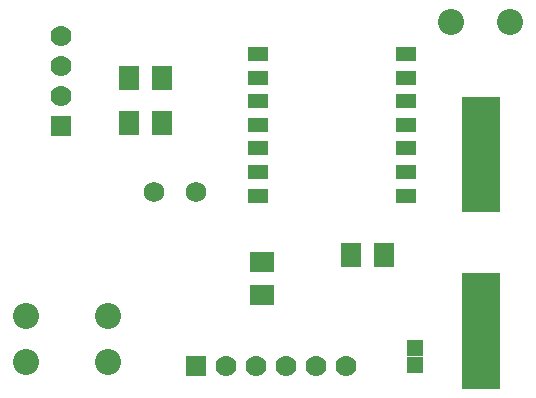
<source format=gts>
G04 ---------------------------- Layer name :TOP SOLDER LAYER*
G04 EasyEDA v5.5.15, Tue, 03 Jul 2018 18:31:12 GMT*
G04 565f939dbb094c109ad1478ea9632299*
G04 Gerber Generator version 0.2*
G04 Scale: 100 percent, Rotated: No, Reflected: No *
G04 Dimensions in inches *
G04 leading zeros omitted , absolute positions ,2 integer and 4 decimal *
%FSLAX24Y24*%
%MOIN*%
G90*
G70D02*

%ADD13R,0.071000X0.078900*%
%ADD14R,0.078900X0.071000*%
%ADD15R,0.055240X0.054460*%
%ADD16R,0.067100X0.047400*%
%ADD17C,0.070000*%
%ADD18R,0.070000X0.070000*%
%ADD19C,0.086740*%
%ADD20R,0.126110X0.165480*%
%ADD21R,0.126110X0.244220*%
%ADD22C,0.068000*%

%LPD*%
G54D13*
G01X14050Y4899D03*
G01X12950Y4899D03*
G54D14*
G01X10000Y3550D03*
G01X10000Y4650D03*
G54D17*
G01X12800Y1200D03*
G01X11800Y1200D03*
G01X10800Y1200D03*
G01X9800Y1200D03*
G01X8800Y1200D03*
G54D18*
G01X7800Y1200D03*
G01X3300Y9200D03*
G54D17*
G01X3300Y10200D03*
G01X3300Y11200D03*
G01X3300Y12200D03*
G54D15*
G01X15101Y1223D03*
G01X15101Y1775D03*
G54D19*
G01X16300Y12650D03*
G01X18268Y12650D03*
G54D20*
G01X17300Y9335D03*
G01X17300Y1265D03*
G54D21*
G01X17300Y7523D03*
G01X17300Y3076D03*
G54D19*
G01X4877Y2848D03*
G01X2121Y2848D03*
G01X2121Y1311D03*
G01X4877Y1311D03*
G54D22*
G01X6400Y7000D03*
G01X7800Y7000D03*
G54D13*
G01X5550Y9300D03*
G01X6650Y9300D03*
G01X5550Y10800D03*
G01X6650Y10800D03*
G54D16*
G01X9851Y11590D03*
G01X9851Y10800D03*
G01X9851Y10009D03*
G01X9851Y9230D03*
G01X9851Y8440D03*
G01X9851Y7650D03*
G01X9851Y6869D03*
G01X14810Y11590D03*
G01X14810Y10800D03*
G01X14810Y10009D03*
G01X14810Y9230D03*
G01X14810Y8440D03*
G01X14810Y7650D03*
G01X14810Y6869D03*
M00*
M02*

</source>
